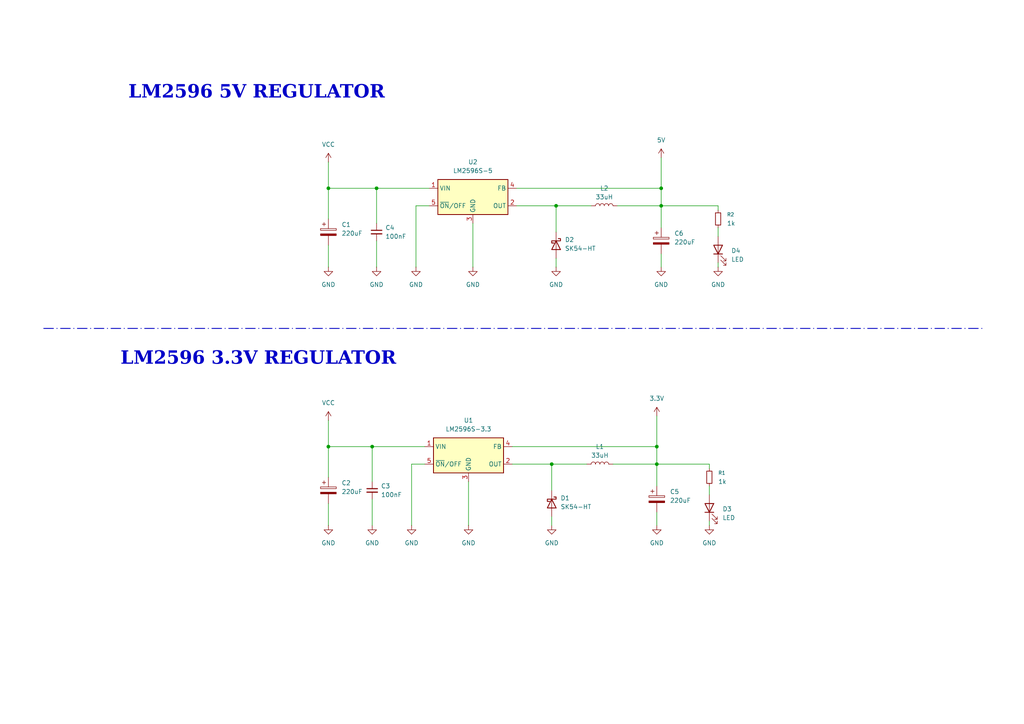
<source format=kicad_sch>
(kicad_sch (version 20250114) (generator "eeschema") (generator_version "9.0")
  (paper "A4")
  (lib_symbols
    (symbol "Device:C_Polarized" (pin_numbers (hide yes)) (pin_names (offset 0.254))
      (property "Reference" "C" (at 0.635 2.54 0))
      (property "Value" "C_Polarized" (at 0.635 -2.54 0))
      (symbol "C_Polarized_0_1"
        (rectangle (start -2.286 0.508) (end 2.286 1.016))
        (polyline (pts (xy -1.778 2.286) (xy -0.762 2.286)))
        (polyline (pts (xy -1.27 2.794) (xy -1.27 1.778)))
        (rectangle (start 2.286 -0.508) (end -2.286 -1.016) (fill (type outline)))
      )
      (symbol "C_Polarized_1_1"
        (pin passive line (at 0 3.81 270) (length 2.794) (name "~") (number "1"))
        (pin passive line (at 0 -3.81 90) (length 2.794) (name "~") (number "2"))
      )
    )
    (symbol "Device:C_Small" (pin_numbers (hide yes)) (pin_names (offset 0.254) (hide yes))
      (property "Reference" "C" (at 0.254 1.778 0))
      (property "Value" "C_Small" (at 0.254 -2.032 0))
      (symbol "C_Small_0_1"
        (polyline (pts (xy -1.524 0.508) (xy 1.524 0.508)) (stroke (width 0.3048)))
        (polyline (pts (xy -1.524 -0.508) (xy 1.524 -0.508)) (stroke (width 0.3302)))
      )
      (symbol "C_Small_1_1"
        (pin passive line (at 0 2.54 270) (length 2.032) (name "~") (number "1"))
        (pin passive line (at 0 -2.54 90) (length 2.032) (name "~") (number "2"))
      )
    )
    (symbol "Device:D_Schottky" (pin_numbers (hide yes)) (pin_names (offset 1.016) (hide yes))
      (property "Reference" "D" (at 0 2.54 0))
      (property "Value" "D_Schottky" (at 0 -2.54 0))
      (symbol "D_Schottky_0_1"
        (polyline (pts (xy -1.905 0.635) (xy -1.905 1.27) (xy -1.27 1.27) (xy -1.27 -1.27) (xy -0.635 -1.27) (xy -0.635 -0.635)) (stroke (width 0.254)))
        (polyline (pts (xy 1.27 1.27) (xy 1.27 -1.27) (xy -1.27 0) (xy 1.27 1.27)) (stroke (width 0.254)))
        (polyline (pts (xy 1.27 0) (xy -1.27 0)))
      )
      (symbol "D_Schottky_1_1"
        (pin passive line (at -3.81 0 0) (length 2.54) (name "K") (number "1"))
        (pin passive line (at 3.81 0 180) (length 2.54) (name "A") (number "2"))
      )
    )
    (symbol "Device:L" (pin_numbers (hide yes)) (pin_names (offset 1.016) (hide yes))
      (property "Reference" "L" (at -1.27 0 90))
      (property "Value" "L" (at 1.905 0 90))
      (symbol "L_0_1"
        (arc (start 0 2.54) (mid 0.6323 1.905) (end 0 1.27))
        (arc (start 0 1.27) (mid 0.6323 0.635) (end 0 0))
        (arc (start 0 0) (mid 0.6323 -0.635) (end 0 -1.27))
        (arc (start 0 -1.27) (mid 0.6323 -1.905) (end 0 -2.54))
      )
      (symbol "L_1_1"
        (pin passive line (at 0 3.81 270) (length 1.27) (name "1") (number "1"))
        (pin passive line (at 0 -3.81 90) (length 1.27) (name "2") (number "2"))
      )
    )
    (symbol "Device:LED" (pin_numbers (hide yes)) (pin_names (offset 1.016) (hide yes))
      (property "Reference" "D" (at 0 2.54 0))
      (property "Value" "LED" (at 0 -2.54 0))
      (symbol "LED_0_1"
        (polyline (pts (xy -3.048 -0.762) (xy -4.572 -2.286) (xy -3.81 -2.286) (xy -4.572 -2.286) (xy -4.572 -1.524)))
        (polyline (pts (xy -1.778 -0.762) (xy -3.302 -2.286) (xy -2.54 -2.286) (xy -3.302 -2.286) (xy -3.302 -1.524)))
        (polyline (pts (xy -1.27 0) (xy 1.27 0)))
        (polyline (pts (xy -1.27 -1.27) (xy -1.27 1.27)) (stroke (width 0.254)))
        (polyline (pts (xy 1.27 -1.27) (xy 1.27 1.27) (xy -1.27 0) (xy 1.27 -1.27)) (stroke (width 0.254)))
      )
      (symbol "LED_1_1"
        (pin passive line (at -3.81 0 0) (length 2.54) (name "K") (number "1"))
        (pin passive line (at 3.81 0 180) (length 2.54) (name "A") (number "2"))
      )
    )
    (symbol "Device:R_Small" (pin_numbers (hide yes)) (pin_names (offset 0.254) (hide yes))
      (property "Reference" "R" (at 0 0 90))
      (property "Value" "R_Small" (at 1.778 0 90))
      (symbol "R_Small_0_1"
        (rectangle (start -0.762 1.778) (end 0.762 -1.778) (stroke (width 0.2032)))
      )
      (symbol "R_Small_1_1"
        (pin passive line (at 0 2.54 270) (length 0.762) (name "~") (number "1"))
        (pin passive line (at 0 -2.54 90) (length 0.762) (name "~") (number "2"))
      )
    )
    (symbol "Regulator_Switching:LM2596S-3.3"
      (property "Reference" "U" (at -10.16 6.35 0))
      (property "Value" "LM2596S-3.3" (at 0 6.35 0))
      (symbol "LM2596S-3.3_0_1"
        (rectangle (start -10.16 5.08) (end 10.16 -5.08) (stroke (width 0.254)) (fill (type background)))
      )
      (symbol "LM2596S-3.3_1_1"
        (pin power_in line (at -12.7 2.54 0) (length 2.54) (name "VIN") (number "1"))
        (pin input line (at -12.7 -2.54 0) (length 2.54) (name "~{ON}/OFF") (number "5"))
        (pin power_in line (at 0 -7.62 90) (length 2.54) (name "GND") (number "3"))
        (pin input line (at 12.7 2.54 180) (length 2.54) (name "FB") (number "4"))
        (pin output line (at 12.7 -2.54 180) (length 2.54) (name "OUT") (number "2"))
      )
    )
    (symbol "Regulator_Switching:LM2596S-5"
      (property "Reference" "U" (at -10.16 6.35 0))
      (property "Value" "LM2596S-5" (at 0 6.35 0))
      (symbol "LM2596S-5_0_1"
        (rectangle (start -10.16 5.08) (end 10.16 -5.08) (stroke (width 0.254)) (fill (type background)))
      )
      (symbol "LM2596S-5_1_1"
        (pin power_in line (at -12.7 2.54 0) (length 2.54) (name "VIN") (number "1"))
        (pin input line (at -12.7 -2.54 0) (length 2.54) (name "~{ON}/OFF") (number "5"))
        (pin power_in line (at 0 -7.62 90) (length 2.54) (name "GND") (number "3"))
        (pin input line (at 12.7 2.54 180) (length 2.54) (name "FB") (number "4"))
        (pin output line (at 12.7 -2.54 180) (length 2.54) (name "OUT") (number "2"))
      )
    )
    (symbol "power:GND" (power) (pin_numbers (hide yes)) (pin_names (offset 0) (hide yes))
      (property "Value" "GND" (at 0 -3.81 0))
      (symbol "GND_0_1"
        (polyline (pts (xy 0 0) (xy 0 -1.27) (xy 1.27 -1.27) (xy 0 -2.54) (xy -1.27 -1.27) (xy 0 -1.27)))
      )
      (symbol "GND_1_1"
        (pin power_in line (at 0 0 270) (length 0) (name "~") (number "1"))
      )
    )
    (symbol "power:VCC" (power) (pin_numbers (hide yes)) (pin_names (offset 0) (hide yes))
      (property "Value" "VCC" (at 0 3.556 0))
      (symbol "VCC_0_1"
        (polyline (pts (xy -0.762 1.27) (xy 0 2.54)))
        (polyline (pts (xy 0 2.54) (xy 0.762 1.27)))
        (polyline (pts (xy 0 0) (xy 0 2.54)))
      )
      (symbol "VCC_1_1"
        (pin power_in line (at 0 0 90) (length 0) (name "~") (number "1"))
      )
    )
  )
  (text "LM2596 5V REGULATOR\n" (at 74.422 27.94 0) (effects (font (size 3.81 3.81) (bold yes))))
  (text "LM2596 3.3V REGULATOR\n" (at 74.93 105.156 0) (effects (font (size 3.81 3.81) (bold yes))))
  (junction (at 160.02 134.62))
  (junction (at 95.25 54.61))
  (junction (at 107.95 129.54))
  (junction (at 109.22 54.61))
  (junction (at 191.77 59.69))
  (junction (at 161.29 59.69))
  (junction (at 191.77 54.61))
  (junction (at 95.25 129.54))
  (junction (at 190.5 129.54))
  (junction (at 190.5 134.62))
  (wire (pts (xy 107.95 152.4) (xy 107.95 144.78)))
  (wire (pts (xy 177.8 134.62) (xy 190.5 134.62)))
  (wire (pts (xy 107.95 129.54) (xy 95.25 129.54)))
  (wire (pts (xy 191.77 59.69) (xy 191.77 66.04)))
  (wire (pts (xy 124.46 54.61) (xy 109.22 54.61)))
  (wire (pts (xy 119.38 152.4) (xy 119.38 134.62)))
  (wire (pts (xy 109.22 54.61) (xy 95.25 54.61)))
  (wire (pts (xy 208.28 59.69) (xy 191.77 59.69)))
  (wire (pts (xy 137.16 77.47) (xy 137.16 64.77)))
  (wire (pts (xy 190.5 129.54) (xy 190.5 134.62)))
  (wire (pts (xy 160.02 152.4) (xy 160.02 149.86)))
  (wire (pts (xy 148.59 129.54) (xy 190.5 129.54)))
  (wire (pts (xy 208.28 68.58) (xy 208.28 66.04)))
  (wire (pts (xy 109.22 54.61) (xy 109.22 64.77)))
  (wire (pts (xy 95.25 152.4) (xy 95.25 146.05)))
  (wire (pts (xy 191.77 45.72) (xy 191.77 54.61)))
  (wire (pts (xy 161.29 67.31) (xy 161.29 59.69)))
  (polyline (pts (xy 12.7 95.25) (xy 285.75 95.25)) (stroke (width 0.254) (type dash_dot)))
  (wire (pts (xy 170.18 134.62) (xy 160.02 134.62)))
  (wire (pts (xy 123.19 129.54) (xy 107.95 129.54)))
  (wire (pts (xy 95.25 46.99) (xy 95.25 54.61)))
  (wire (pts (xy 149.86 54.61) (xy 191.77 54.61)))
  (wire (pts (xy 205.74 143.51) (xy 205.74 140.97)))
  (wire (pts (xy 120.65 59.69) (xy 124.46 59.69)))
  (wire (pts (xy 205.74 152.4) (xy 205.74 151.13)))
  (wire (pts (xy 95.25 77.47) (xy 95.25 71.12)))
  (wire (pts (xy 160.02 142.24) (xy 160.02 134.62)))
  (wire (pts (xy 161.29 59.69) (xy 149.86 59.69)))
  (wire (pts (xy 191.77 54.61) (xy 191.77 59.69)))
  (wire (pts (xy 171.45 59.69) (xy 161.29 59.69)))
  (wire (pts (xy 135.89 152.4) (xy 135.89 139.7)))
  (wire (pts (xy 160.02 134.62) (xy 148.59 134.62)))
  (wire (pts (xy 190.5 134.62) (xy 205.74 134.62)))
  (wire (pts (xy 205.74 135.89) (xy 205.74 134.62)))
  (wire (pts (xy 190.5 134.62) (xy 190.5 140.97)))
  (wire (pts (xy 119.38 134.62) (xy 123.19 134.62)))
  (wire (pts (xy 191.77 77.47) (xy 191.77 73.66)))
  (wire (pts (xy 107.95 129.54) (xy 107.95 139.7)))
  (wire (pts (xy 208.28 77.47) (xy 208.28 76.2)))
  (wire (pts (xy 179.07 59.69) (xy 191.77 59.69)))
  (wire (pts (xy 190.5 120.65) (xy 190.5 129.54)))
  (wire (pts (xy 95.25 121.92) (xy 95.25 129.54)))
  (wire (pts (xy 95.25 54.61) (xy 95.25 63.5)))
  (wire (pts (xy 208.28 60.96) (xy 208.28 59.69)))
  (wire (pts (xy 120.65 77.47) (xy 120.65 59.69)))
  (wire (pts (xy 95.25 129.54) (xy 95.25 138.43)))
  (wire (pts (xy 161.29 77.47) (xy 161.29 74.93)))
  (wire (pts (xy 190.5 152.4) (xy 190.5 148.59)))
  (wire (pts (xy 109.22 77.47) (xy 109.22 69.85)))
  (symbol (lib_id "Device:C_Polarized") (at 95.25 67.31 0) (unit 1)
    (property "Reference" "C1" (at 99.06 65.1509 0) (effects (justify left)))
    (property "Value" "220uF" (at 99.06 67.6909 0) (effects (justify left)))
    (property "Footprint" "Capacitor_SMD:CP_Elec_6.3x7.7" (effects (hide yes)))
    (property "Description" "Polarized capacitor" (effects (hide yes)))
  )
  (symbol (lib_id "Device:LED") (at 205.74 147.32 90) (unit 1)
    (property "Reference" "D3" (at 209.55 147.6374 90) (effects (justify right)))
    (property "Value" "LED" (at 209.55 150.1774 90) (effects (justify right)))
    (property "Footprint" "LED_SMD:LED_0603_1608Metric_Pad1.05x0.95mm_HandSolder" (effects (hide yes)))
    (property "Description" "Light emitting diode" (effects (hide yes)))
    (property "Sim.Pins" "1=K 2=A" (effects (hide yes)))
  )
  (symbol (lib_id "Device:C_Polarized") (at 190.5 144.78 0) (unit 1)
    (property "Reference" "C5" (at 194.31 142.6209 0) (effects (justify left)))
    (property "Value" "220uF" (at 194.31 145.1609 0) (effects (justify left)))
    (property "Footprint" "Capacitor_SMD:CP_Elec_8x10" (effects (hide yes)))
    (property "Description" "Polarized capacitor" (effects (hide yes)))
  )
  (symbol (lib_id "power:GND") (at 137.16 77.47 0) (unit 1)
    (property "Reference" "#PWR010" (effects (hide yes)))
    (property "Value" "GND" (at 137.16 82.55 0))
    (property "Description" "Power symbol creates a global label with name \"GND\" , ground" (effects (hide yes)))
  )
  (symbol (lib_id "power:GND") (at 107.95 152.4 0) (unit 1)
    (property "Reference" "#PWR05" (effects (hide yes)))
    (property "Value" "GND" (at 107.95 157.48 0))
    (property "Description" "Power symbol creates a global label with name \"GND\" , ground" (effects (hide yes)))
  )
  (symbol (lib_id "power:VCC") (at 95.25 121.92 0) (unit 1)
    (property "Reference" "#PWR03" (effects (hide yes)))
    (property "Value" "VCC" (at 95.25 116.84 0))
    (property "Description" "Power symbol creates a global label with name \"VCC\"" (effects (hide yes)))
  )
  (symbol (lib_id "Device:L") (at 173.99 134.62 90) (unit 1)
    (property "Reference" "L1" (at 173.99 129.54 90))
    (property "Value" "33uH" (at 173.99 132.08 90))
    (property "Footprint" "Inductor_SMD:L_12x12mm_H6mm" (effects (hide yes)))
    (property "Description" "Inductor" (effects (hide yes)))
  )
  (symbol (lib_id "Device:C_Small") (at 109.22 67.31 0) (unit 1)
    (property "Reference" "C4" (at 111.76 66.0462 0) (effects (justify left)))
    (property "Value" "100nF" (at 111.76 68.5862 0) (effects (justify left)))
    (property "Footprint" "Capacitor_SMD:C_0603_1608Metric_Pad1.08x0.95mm_HandSolder" (effects (hide yes)))
    (property "Description" "Unpolarized capacitor, small symbol" (effects (hide yes)))
  )
  (symbol (lib_id "power:VCC") (at 191.77 45.72 0) (unit 1)
    (property "Reference" "#PWR015" (effects (hide yes)))
    (property "Value" "5V" (at 191.77 40.64 0))
    (property "Description" "Power symbol creates a global label with name \"VCC\"" (effects (hide yes)))
  )
  (symbol (lib_id "Device:C_Polarized") (at 95.25 142.24 0) (unit 1)
    (property "Reference" "C2" (at 99.06 140.0809 0) (effects (justify left)))
    (property "Value" "220uF" (at 99.06 142.6209 0) (effects (justify left)))
    (property "Footprint" "Capacitor_SMD:CP_Elec_6.3x7.7" (effects (hide yes)))
    (property "Description" "Polarized capacitor" (effects (hide yes)))
  )
  (symbol (lib_id "Device:C_Small") (at 107.95 142.24 0) (unit 1)
    (property "Reference" "C3" (at 110.49 140.9762 0) (effects (justify left)))
    (property "Value" "100nF" (at 110.49 143.5162 0) (effects (justify left)))
    (property "Footprint" "Capacitor_SMD:C_0603_1608Metric_Pad1.08x0.95mm_HandSolder" (effects (hide yes)))
    (property "Description" "Unpolarized capacitor, small symbol" (effects (hide yes)))
  )
  (symbol (lib_id "power:GND") (at 190.5 152.4 0) (unit 1)
    (property "Reference" "#PWR014" (effects (hide yes)))
    (property "Value" "GND" (at 190.5 157.48 0))
    (property "Description" "Power symbol creates a global label with name \"GND\" , ground" (effects (hide yes)))
  )
  (symbol (lib_id "Device:R_Small") (at 208.28 63.5 180) (unit 1)
    (property "Reference" "R2" (at 210.82 62.2299 0) (effects (font (size 1.016 1.016)) (justify right)))
    (property "Value" "1k" (at 210.82 64.7699 0) (effects (justify right)))
    (property "Footprint" "Resistor_SMD:R_0603_1608Metric_Pad0.98x0.95mm_HandSolder" (effects (hide yes)))
    (property "Description" "Resistor, small symbol" (effects (hide yes)))
  )
  (symbol (lib_id "Regulator_Switching:LM2596S-3.3") (at 135.89 132.08 0) (unit 1)
    (property "Reference" "U1" (at 135.89 121.92 0))
    (property "Value" "LM2596S-3.3" (at 135.89 124.46 0))
    (property "Footprint" "Package_TO_SOT_SMD:TO-263-5_TabPin3" (effects (hide yes)))
    (property "Datasheet" "http://www.ti.com/lit/ds/symlink/lm2596.pdf" (effects (hide yes)))
    (property "Description" "3.3V 3A Step-Down Voltage Regulator, TO-263" (effects (hide yes)))
  )
  (symbol (lib_id "power:GND") (at 160.02 152.4 0) (unit 1)
    (property "Reference" "#PWR011" (effects (hide yes)))
    (property "Value" "GND" (at 160.02 157.48 0))
    (property "Description" "Power symbol creates a global label with name \"GND\" , ground" (effects (hide yes)))
  )
  (symbol (lib_id "power:GND") (at 109.22 77.47 0) (unit 1)
    (property "Reference" "#PWR06" (effects (hide yes)))
    (property "Value" "GND" (at 109.22 82.55 0))
    (property "Description" "Power symbol creates a global label with name \"GND\" , ground" (effects (hide yes)))
  )
  (symbol (lib_id "power:GND") (at 205.74 152.4 0) (unit 1)
    (property "Reference" "#PWR017" (effects (hide yes)))
    (property "Value" "GND" (at 205.74 157.48 0))
    (property "Description" "Power symbol creates a global label with name \"GND\" , ground" (effects (hide yes)))
  )
  (symbol (lib_id "power:GND") (at 191.77 77.47 0) (unit 1)
    (property "Reference" "#PWR016" (effects (hide yes)))
    (property "Value" "GND" (at 191.77 82.55 0))
    (property "Description" "Power symbol creates a global label with name \"GND\" , ground" (effects (hide yes)))
  )
  (symbol (lib_id "power:GND") (at 119.38 152.4 0) (unit 1)
    (property "Reference" "#PWR07" (effects (hide yes)))
    (property "Value" "GND" (at 119.38 157.48 0))
    (property "Description" "Power symbol creates a global label with name \"GND\" , ground" (effects (hide yes)))
  )
  (symbol (lib_id "power:VCC") (at 190.5 120.65 0) (unit 1)
    (property "Reference" "#PWR013" (effects (hide yes)))
    (property "Value" "3.3V" (at 190.5 115.57 0))
    (property "Description" "Power symbol creates a global label with name \"VCC\"" (effects (hide yes)))
  )
  (symbol (lib_id "Device:R_Small") (at 205.74 138.43 180) (unit 1)
    (property "Reference" "R1" (at 208.28 137.1599 0) (effects (font (size 1.016 1.016)) (justify right)))
    (property "Value" "1k" (at 208.28 139.6999 0) (effects (justify right)))
    (property "Footprint" "Resistor_SMD:R_0603_1608Metric_Pad0.98x0.95mm_HandSolder" (effects (hide yes)))
    (property "Description" "Resistor, small symbol" (effects (hide yes)))
  )
  (symbol (lib_id "Regulator_Switching:LM2596S-5") (at 137.16 57.15 0) (unit 1)
    (property "Reference" "U2" (at 137.16 46.99 0))
    (property "Value" "LM2596S-5" (at 137.16 49.53 0))
    (property "Footprint" "Package_TO_SOT_SMD:TO-263-5_TabPin3" (effects (hide yes)))
    (property "Datasheet" "http://www.ti.com/lit/ds/symlink/lm2596.pdf" (effects (hide yes)))
    (property "Description" "5V 3A Step-Down Voltage Regulator, TO-263" (effects (hide yes)))
  )
  (symbol (lib_id "power:GND") (at 95.25 77.47 0) (unit 1)
    (property "Reference" "#PWR02" (effects (hide yes)))
    (property "Value" "GND" (at 95.25 82.55 0))
    (property "Description" "Power symbol creates a global label with name \"GND\" , ground" (effects (hide yes)))
  )
  (symbol (lib_id "Device:LED") (at 208.28 72.39 90) (unit 1)
    (property "Reference" "D4" (at 212.09 72.7074 90) (effects (justify right)))
    (property "Value" "LED" (at 212.09 75.2474 90) (effects (justify right)))
    (property "Footprint" "LED_SMD:LED_0603_1608Metric_Pad1.05x0.95mm_HandSolder" (effects (hide yes)))
    (property "Description" "Light emitting diode" (effects (hide yes)))
    (property "Sim.Pins" "1=K 2=A" (effects (hide yes)))
  )
  (symbol (lib_id "Device:D_Schottky") (at 160.02 146.05 270) (unit 1)
    (property "Reference" "D1" (at 162.56 144.4624 90) (effects (justify left)))
    (property "Value" "SK54-HT" (at 162.56 147.0024 90) (effects (justify left)))
    (property "Footprint" "Diode_SMD:D_SMC_Handsoldering" (effects (hide yes)))
    (property "Description" "Schottky diode" (effects (hide yes)))
  )
  (symbol (lib_id "power:GND") (at 208.28 77.47 0) (unit 1)
    (property "Reference" "#PWR018" (effects (hide yes)))
    (property "Value" "GND" (at 208.28 82.55 0))
    (property "Description" "Power symbol creates a global label with name \"GND\" , ground" (effects (hide yes)))
  )
  (symbol (lib_id "power:GND") (at 95.25 152.4 0) (unit 1)
    (property "Reference" "#PWR04" (effects (hide yes)))
    (property "Value" "GND" (at 95.25 157.48 0))
    (property "Description" "Power symbol creates a global label with name \"GND\" , ground" (effects (hide yes)))
  )
  (symbol (lib_id "power:GND") (at 161.29 77.47 0) (unit 1)
    (property "Reference" "#PWR012" (effects (hide yes)))
    (property "Value" "GND" (at 161.29 82.55 0))
    (property "Description" "Power symbol creates a global label with name \"GND\" , ground" (effects (hide yes)))
  )
  (symbol (lib_id "power:GND") (at 135.89 152.4 0) (unit 1)
    (property "Reference" "#PWR09" (effects (hide yes)))
    (property "Value" "GND" (at 135.89 157.48 0))
    (property "Description" "Power symbol creates a global label with name \"GND\" , ground" (effects (hide yes)))
  )
  (symbol (lib_id "Device:L") (at 175.26 59.69 90) (unit 1)
    (property "Reference" "L2" (at 175.26 54.61 90))
    (property "Value" "33uH" (at 175.26 57.15 90))
    (property "Footprint" "Inductor_SMD:L_12x12mm_H6mm" (effects (hide yes)))
    (property "Description" "Inductor" (effects (hide yes)))
  )
  (symbol (lib_id "Device:C_Polarized") (at 191.77 69.85 0) (unit 1)
    (property "Reference" "C6" (at 195.58 67.6909 0) (effects (justify left)))
    (property "Value" "220uF" (at 195.58 70.2309 0) (effects (justify left)))
    (property "Footprint" "Capacitor_SMD:CP_Elec_8x10" (effects (hide yes)))
    (property "Description" "Polarized capacitor" (effects (hide yes)))
  )
  (symbol (lib_id "Device:D_Schottky") (at 161.29 71.12 270) (unit 1)
    (property "Reference" "D2" (at 163.83 69.5324 90) (effects (justify left)))
    (property "Value" "SK54-HT" (at 163.83 72.0724 90) (effects (justify left)))
    (property "Footprint" "Diode_SMD:D_SMC_Handsoldering" (effects (hide yes)))
    (property "Description" "Schottky diode" (effects (hide yes)))
  )
  (symbol (lib_id "power:GND") (at 120.65 77.47 0) (unit 1)
    (property "Reference" "#PWR08" (effects (hide yes)))
    (property "Value" "GND" (at 120.65 82.55 0))
    (property "Description" "Power symbol creates a global label with name \"GND\" , ground" (effects (hide yes)))
  )
  (symbol (lib_id "power:VCC") (at 95.25 46.99 0) (unit 1)
    (property "Reference" "#PWR01" (effects (hide yes)))
    (property "Value" "VCC" (at 95.25 41.91 0))
    (property "Description" "Power symbol creates a global label with name \"VCC\"" (effects (hide yes)))
  )
)
</source>
